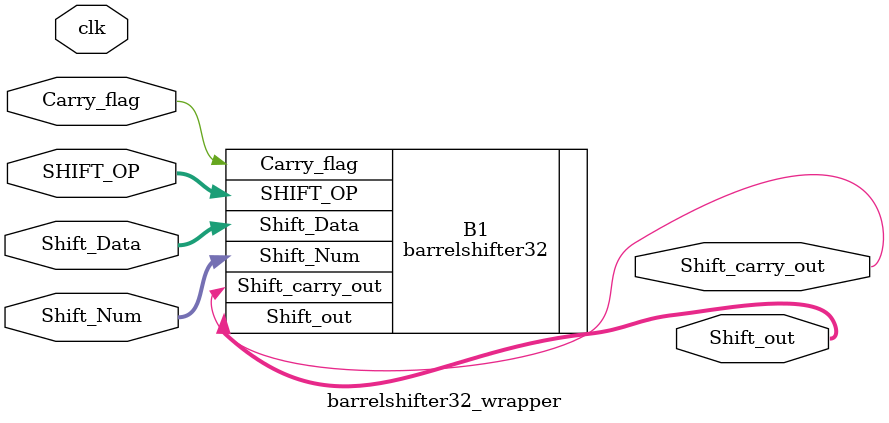
<source format=v>
`timescale 1ns/1ns
module barrelshifter32_wrapper(
    input clk,
    input [31:0] Shift_Data,     // 32 位原始输入数据
    input [7:0] Shift_Num,      // 8 位输入数据，控制移位的位数
    input Carry_flag,           // CPSR 借/进位标志
    input [2:0] SHIFT_OP,   // 3 位输入控制移位的方式
    output reg [31:0] Shift_out,     // 32 位输出，由a 经过b 位通过aluc 指定的移位方式移位而得
    output Shift_carry_out      // 移位进位
);

    barrelshifter32 B1(
        .Shift_Data(Shift_Data),
        .Shift_Num(Shift_Num),
        .Carry_flag(Carry_flag),
        .SHIFT_OP(SHIFT_OP),
        .Shift_out(Shift_out),
        .Shift_carry_out(Shift_carry_out)
    );

initial begin
    $dumpfile("../vcd/async_barrelshift32.vcd");
    $dumpvars();
end
endmodule
</source>
